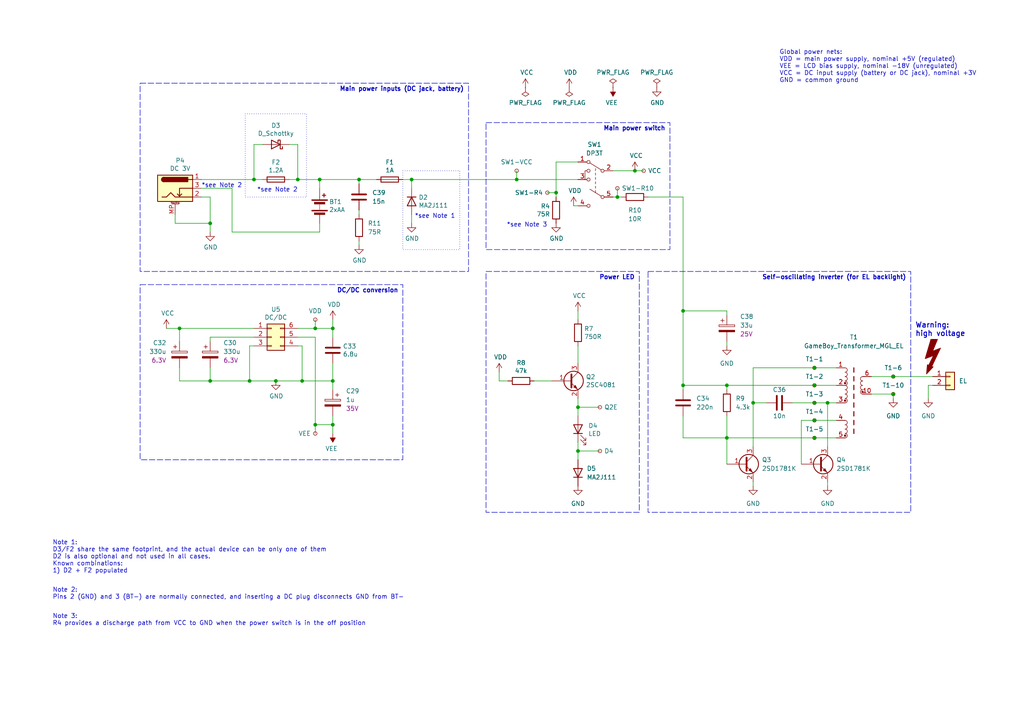
<source format=kicad_sch>
(kicad_sch (version 20230121) (generator eeschema)
  (paper "A4")
  (title_block (title "MGL-CPU-01") (date "2022-03-19") (rev "A") (company "https://gekkio.fi") (comment 1 "https://github.com/Gekkio/gb-schematics"))
  (lib_symbols
    (symbol "Connector:Barrel_Jack_Switch_MountingPin" (pin_names hide)
      (property "Reference" "J" (at 0 5.334 0))
      (property "Value" "Barrel_Jack_Switch_MountingPin" (at 1.27 -6.35 0))
      (symbol "Barrel_Jack_Switch_MountingPin_0_1"
        (rectangle (start -5.08 3.81) (end 5.08 -3.81) (stroke (width 0.254)) (fill (type background)))
        (arc (start -3.302 3.175) (mid -3.9343 2.54) (end -3.302 1.905) (stroke (width 0.254)))
        (arc (start -3.302 3.175) (mid -3.9343 2.54) (end -3.302 1.905) (stroke (width 0.254)) (fill (type outline)))
        (polyline (pts (xy 1.27 -2.286) (xy 1.905 -1.651)) (stroke (width 0.254)))
        (polyline (pts (xy 5.08 2.54) (xy 3.81 2.54)) (stroke (width 0.254)))
        (polyline (pts (xy 5.08 0) (xy 1.27 0) (xy 1.27 -2.286) (xy 0.635 -1.651)) (stroke (width 0.254)))
        (polyline (pts (xy -3.81 -2.54) (xy -2.54 -2.54) (xy -1.27 -1.27) (xy 0 -2.54) (xy 2.54 -2.54) (xy 5.08 -2.54)) (stroke (width 0.254)))
        (rectangle (start 3.683 3.175) (end -3.302 1.905) (stroke (width 0.254)) (fill (type outline)))
      )
      (symbol "Barrel_Jack_Switch_MountingPin_1_1"
        (polyline (pts (xy -1.016 -4.572) (xy 1.016 -4.572)) (stroke (width 0.1524)))
        (text "Mounting" (at 0 -4.191 0) (effects (font (size 0.381 0.381))))
        (pin passive line (at 7.62 2.54 180) (length 2.54) (name "~") (number "1"))
        (pin passive line (at 7.62 -2.54 180) (length 2.54) (name "~") (number "2"))
        (pin passive line (at 7.62 0 180) (length 2.54) (name "~") (number "3"))
        (pin passive line (at 0 -7.62 90) (length 3.048) (name "MountPin") (number "MP"))
      )
    )
    (symbol "Connector:TestPoint_Small" (pin_numbers hide) (pin_names (offset 0.762) hide)
      (property "Reference" "TP" (at 0 3.81 0))
      (property "Value" "TestPoint_Small" (at 0 2.032 0))
      (symbol "TestPoint_Small_0_1"
        (circle (center 0 0) (radius 0.508))
      )
      (symbol "TestPoint_Small_1_1"
        (pin passive line (at 0 0 90) (length 0) (name "1") (number "1"))
      )
    )
    (symbol "Connector_Generic:Conn_01x02" (pin_names (offset 1.016) hide)
      (property "Reference" "J" (at 0 2.54 0))
      (property "Value" "Conn_01x02" (at 0 -5.08 0))
      (symbol "Conn_01x02_1_1"
        (rectangle (start -1.27 -2.413) (end 0 -2.667) (stroke (width 0.1524)))
        (rectangle (start -1.27 0.127) (end 0 -0.127) (stroke (width 0.1524)))
        (rectangle (start -1.27 1.27) (end 1.27 -3.81) (stroke (width 0.254)) (fill (type background)))
        (pin passive line (at -5.08 0 0) (length 3.81) (name "Pin_1") (number "1"))
        (pin passive line (at -5.08 -2.54 0) (length 3.81) (name "Pin_2") (number "2"))
      )
    )
    (symbol "Connector_Generic:Conn_02x03_Counter_Clockwise" (pin_names (offset 1.016) hide)
      (property "Reference" "J" (at 1.27 5.08 0))
      (property "Value" "Conn_02x03_Counter_Clockwise" (at 1.27 -5.08 0))
      (symbol "Conn_02x03_Counter_Clockwise_1_1"
        (rectangle (start -1.27 -2.413) (end 0 -2.667) (stroke (width 0.1524)))
        (rectangle (start -1.27 0.127) (end 0 -0.127) (stroke (width 0.1524)))
        (rectangle (start -1.27 2.667) (end 0 2.413) (stroke (width 0.1524)))
        (rectangle (start -1.27 3.81) (end 3.81 -3.81) (stroke (width 0.254)) (fill (type background)))
        (rectangle (start 3.81 -2.413) (end 2.54 -2.667) (stroke (width 0.1524)))
        (rectangle (start 3.81 0.127) (end 2.54 -0.127) (stroke (width 0.1524)))
        (rectangle (start 3.81 2.667) (end 2.54 2.413) (stroke (width 0.1524)))
        (pin passive line (at -5.08 2.54 0) (length 3.81) (name "Pin_1") (number "1"))
        (pin passive line (at -5.08 0 0) (length 3.81) (name "Pin_2") (number "2"))
        (pin passive line (at -5.08 -2.54 0) (length 3.81) (name "Pin_3") (number "3"))
        (pin passive line (at 7.62 -2.54 180) (length 3.81) (name "Pin_4") (number "4"))
        (pin passive line (at 7.62 0 180) (length 3.81) (name "Pin_5") (number "5"))
        (pin passive line (at 7.62 2.54 180) (length 3.81) (name "Pin_6") (number "6"))
      )
    )
    (symbol "Device:Battery" (pin_numbers hide) (pin_names (offset 0) hide)
      (property "Reference" "BT" (at 2.54 2.54 0))
      (property "Value" "Battery" (at 2.54 0 0))
      (symbol "Battery_0_1"
        (rectangle (start -2.286 -1.27) (end 2.286 -1.524) (fill (type outline)))
        (rectangle (start -2.286 1.778) (end 2.286 1.524) (fill (type outline)))
        (rectangle (start -1.524 -2.032) (end 1.524 -2.54) (fill (type outline)))
        (rectangle (start -1.524 1.016) (end 1.524 0.508) (fill (type outline)))
        (polyline (pts (xy 0 -1.016) (xy 0 -0.762)))
        (polyline (pts (xy 0 -0.508) (xy 0 -0.254)))
        (polyline (pts (xy 0 0) (xy 0 0.254)))
        (polyline (pts (xy 0 1.778) (xy 0 2.54)))
        (polyline (pts (xy 0.762 3.048) (xy 1.778 3.048)) (stroke (width 0.254)))
        (polyline (pts (xy 1.27 3.556) (xy 1.27 2.54)) (stroke (width 0.254)))
      )
      (symbol "Battery_1_1"
        (pin passive line (at 0 5.08 270) (length 2.54) (name "+") (number "1"))
        (pin passive line (at 0 -5.08 90) (length 2.54) (name "-") (number "2"))
      )
    )
    (symbol "Device:C" (pin_numbers hide) (pin_names (offset 0.254))
      (property "Reference" "C" (at 0.635 2.54 0))
      (property "Value" "C" (at 0.635 -2.54 0))
      (symbol "C_0_1"
        (polyline (pts (xy -2.032 -0.762) (xy 2.032 -0.762)) (stroke (width 0.508)))
        (polyline (pts (xy -2.032 0.762) (xy 2.032 0.762)) (stroke (width 0.508)))
      )
      (symbol "C_1_1"
        (pin passive line (at 0 3.81 270) (length 2.794) (name "~") (number "1"))
        (pin passive line (at 0 -3.81 90) (length 2.794) (name "~") (number "2"))
      )
    )
    (symbol "Device:C_Polarized" (pin_numbers hide) (pin_names (offset 0.254))
      (property "Reference" "C" (at 0.635 2.54 0))
      (property "Value" "C_Polarized" (at 0.635 -2.54 0))
      (symbol "C_Polarized_0_1"
        (rectangle (start -2.286 0.508) (end 2.286 1.016))
        (polyline (pts (xy -1.778 2.286) (xy -0.762 2.286)))
        (polyline (pts (xy -1.27 2.794) (xy -1.27 1.778)))
        (rectangle (start 2.286 -0.508) (end -2.286 -1.016) (fill (type outline)))
      )
      (symbol "C_Polarized_1_1"
        (pin passive line (at 0 3.81 270) (length 2.794) (name "~") (number "1"))
        (pin passive line (at 0 -3.81 90) (length 2.794) (name "~") (number "2"))
      )
    )
    (symbol "Device:D" (pin_numbers hide) (pin_names (offset 1.016) hide)
      (property "Reference" "D" (at 0 2.54 0))
      (property "Value" "D" (at 0 -2.54 0))
      (symbol "D_0_1"
        (polyline (pts (xy -1.27 1.27) (xy -1.27 -1.27)) (stroke (width 0.254)))
        (polyline (pts (xy 1.27 0) (xy -1.27 0)))
        (polyline (pts (xy 1.27 1.27) (xy 1.27 -1.27) (xy -1.27 0) (xy 1.27 1.27)) (stroke (width 0.254)))
      )
      (symbol "D_1_1"
        (pin passive line (at -3.81 0 0) (length 2.54) (name "K") (number "1"))
        (pin passive line (at 3.81 0 180) (length 2.54) (name "A") (number "2"))
      )
    )
    (symbol "Device:D_Schottky" (pin_numbers hide) (pin_names (offset 1.016) hide)
      (property "Reference" "D" (at 0 2.54 0))
      (property "Value" "D_Schottky" (at 0 -2.54 0))
      (symbol "D_Schottky_0_1"
        (polyline (pts (xy 1.27 0) (xy -1.27 0)))
        (polyline (pts (xy 1.27 1.27) (xy 1.27 -1.27) (xy -1.27 0) (xy 1.27 1.27)) (stroke (width 0.254)))
        (polyline (pts (xy -1.905 0.635) (xy -1.905 1.27) (xy -1.27 1.27) (xy -1.27 -1.27) (xy -0.635 -1.27) (xy -0.635 -0.635)) (stroke (width 0.254)))
      )
      (symbol "D_Schottky_1_1"
        (pin passive line (at -3.81 0 0) (length 2.54) (name "K") (number "1"))
        (pin passive line (at 3.81 0 180) (length 2.54) (name "A") (number "2"))
      )
    )
    (symbol "Device:Fuse" (pin_numbers hide) (pin_names (offset 0))
      (property "Reference" "F" (at 2.032 0 90))
      (property "Value" "Fuse" (at -1.905 0 90))
      (symbol "Fuse_0_1"
        (rectangle (start -0.762 -2.54) (end 0.762 2.54) (stroke (width 0.254)))
        (polyline (pts (xy 0 2.54) (xy 0 -2.54)))
      )
      (symbol "Fuse_1_1"
        (pin passive line (at 0 3.81 270) (length 1.27) (name "~") (number "1"))
        (pin passive line (at 0 -3.81 90) (length 1.27) (name "~") (number "2"))
      )
    )
    (symbol "Device:LED" (pin_numbers hide) (pin_names (offset 1.016) hide)
      (property "Reference" "D" (at 0 2.54 0))
      (property "Value" "LED" (at 0 -2.54 0))
      (symbol "LED_0_1"
        (polyline (pts (xy -1.27 -1.27) (xy -1.27 1.27)) (stroke (width 0.254)))
        (polyline (pts (xy -1.27 0) (xy 1.27 0)))
        (polyline (pts (xy 1.27 -1.27) (xy 1.27 1.27) (xy -1.27 0) (xy 1.27 -1.27)) (stroke (width 0.254)))
        (polyline (pts (xy -3.048 -0.762) (xy -4.572 -2.286) (xy -3.81 -2.286) (xy -4.572 -2.286) (xy -4.572 -1.524)))
        (polyline (pts (xy -1.778 -0.762) (xy -3.302 -2.286) (xy -2.54 -2.286) (xy -3.302 -2.286) (xy -3.302 -1.524)))
      )
      (symbol "LED_1_1"
        (pin passive line (at -3.81 0 0) (length 2.54) (name "K") (number "1"))
        (pin passive line (at 3.81 0 180) (length 2.54) (name "A") (number "2"))
      )
    )
    (symbol "Device:Q_NPN_BEC" (pin_names (offset 0) hide)
      (property "Reference" "Q" (at 5.08 1.27 0))
      (property "Value" "Q_NPN_BEC" (at 5.08 -1.27 0))
      (symbol "Q_NPN_BEC_0_1"
        (polyline (pts (xy 0.635 0.635) (xy 2.54 2.54)))
        (polyline (pts (xy 0.635 -0.635) (xy 2.54 -2.54) (xy 2.54 -2.54)))
        (polyline (pts (xy 0.635 1.905) (xy 0.635 -1.905) (xy 0.635 -1.905)) (stroke (width 0.508)))
        (polyline (pts (xy 1.27 -1.778) (xy 1.778 -1.27) (xy 2.286 -2.286) (xy 1.27 -1.778) (xy 1.27 -1.778)) (fill (type outline)))
        (circle (center 1.27 0) (radius 2.8194) (stroke (width 0.254)))
      )
      (symbol "Q_NPN_BEC_1_1"
        (pin input line (at -5.08 0 0) (length 5.715) (name "B") (number "1"))
        (pin passive line (at 2.54 -5.08 90) (length 2.54) (name "E") (number "2"))
        (pin passive line (at 2.54 5.08 270) (length 2.54) (name "C") (number "3"))
      )
    )
    (symbol "Device:R" (pin_numbers hide) (pin_names (offset 0))
      (property "Reference" "R" (at 2.032 0 90))
      (property "Value" "R" (at 0 0 90))
      (symbol "R_0_1"
        (rectangle (start -1.016 -2.54) (end 1.016 2.54) (stroke (width 0.254)))
      )
      (symbol "R_1_1"
        (pin passive line (at 0 3.81 270) (length 1.27) (name "~") (number "1"))
        (pin passive line (at 0 -3.81 90) (length 1.27) (name "~") (number "2"))
      )
    )
    (symbol "Graphic:SYM_Flash_Large" (in_bom no) (on_board no)
      (symbol "SYM_Flash_Large_0_1"
        (polyline (pts (xy 0.127 -3.556) (xy -1.524 -2.921) (xy -1.778 -5.588) (xy 0.127 -3.556)) (stroke (width 0.2032)) (fill (type outline)))
        (polyline (pts (xy -0.508 4.445) (xy 1.397 4.445) (xy 0 1.016) (xy 2.286 1.905) (xy -0.508 -3.937) (xy -1.397 -3.556) (xy 0.254 -0.254) (xy -2.159 -1.143) (xy -0.508 4.445)) (stroke (width 0.2032)) (fill (type outline)))
      )
    )
    (symbol "MGL-CPU-01:GameBoy_SW_MGL" (pin_names (offset 0) hide)
      (property "Reference" "SW" (at 0 8.89 0))
      (property "Value" "GameBoy_SW_MGL" (at 0 -10.16 0))
      (symbol "GameBoy_SW_MGL_0_0"
        (polyline (pts (xy 0 -2.54) (xy 0 -1.905)))
        (polyline (pts (xy 0 -1.27) (xy 0 -0.635)))
        (polyline (pts (xy 0 0) (xy 0 0.635)))
        (polyline (pts (xy 0 1.27) (xy 0 1.905)))
        (polyline (pts (xy 0 2.54) (xy 0 3.175)))
        (polyline (pts (xy 0 3.81) (xy 0 4.445)))
      )
      (symbol "GameBoy_SW_MGL_0_1"
        (circle (center -2.032 -3.81) (radius 0.4572))
        (circle (center -2.032 3.81) (radius 0.4572))
        (polyline (pts (xy -1.651 -3.556) (xy 1.651 -1.524)))
        (polyline (pts (xy -1.651 4.064) (xy 1.651 6.096)))
        (polyline (pts (xy 2.54 3.81) (xy 3.048 3.81) (xy 3.048 1.27)) (stroke (width 0.1524)))
        (circle (center 2.032 -6.35) (radius 0.4572))
        (circle (center 2.032 1.27) (radius 0.4572))
        (circle (center 2.032 3.81) (radius 0.4572))
        (circle (center 2.032 6.35) (radius 0.4572))
      )
      (symbol "GameBoy_SW_MGL_1_1"
        (pin passive line (at 5.08 6.35 180) (length 2.54) (name "1") (number "1"))
        (pin passive line (at -5.08 3.81 0) (length 2.54) (name "2") (number "2"))
        (pin passive line (at 5.08 1.27 180) (length 2.54) (name "3") (number "3"))
        (pin passive line (at 5.08 -6.35 180) (length 2.54) (name "4") (number "4"))
        (pin passive line (at -5.08 -3.81 0) (length 2.54) (name "5") (number "5"))
      )
    )
    (symbol "MGL-CPU-01:GameBoy_Transformer_MGL_EL"
      (property "Reference" "T" (at 0 12.7 0))
      (property "Value" "GameBoy_Transformer_MGL_EL" (at 0 -12.7 0))
      (symbol "GameBoy_Transformer_MGL_EL_0_1"
        (arc (start -2.54 -10.16) (mid -1.9077 -9.525) (end -2.54 -8.89))
        (circle (center -2.54 -9.525) (radius 0.254) (fill (type outline)))
        (arc (start -2.54 -8.89) (mid -1.9077 -8.255) (end -2.54 -7.62))
        (arc (start -2.54 -7.62) (mid -1.9077 -6.985) (end -2.54 -6.35))
        (arc (start -2.54 -6.35) (mid -1.9077 -5.715) (end -2.54 -5.08))
        (arc (start -2.54 0) (mid -1.9077 0.635) (end -2.54 1.27))
        (circle (center -2.54 0.635) (radius 0.254) (fill (type outline)))
        (arc (start -2.54 1.27) (mid -1.9077 1.905) (end -2.54 2.54))
        (arc (start -2.54 2.54) (mid -1.9077 3.175) (end -2.54 3.81))
        (arc (start -2.54 3.81) (mid -1.9077 4.445) (end -2.54 5.08))
        (arc (start -2.54 5.08) (mid -1.9077 5.715) (end -2.54 6.35))
        (circle (center -2.54 5.715) (radius 0.254) (fill (type outline)))
        (arc (start -2.54 6.35) (mid -1.9077 6.985) (end -2.54 7.62))
        (arc (start -2.54 7.62) (mid -1.9077 8.255) (end -2.54 8.89))
        (arc (start -2.54 8.89) (mid -1.9077 9.525) (end -2.54 10.16))
        (polyline (pts (xy 0 -7.62) (xy 0 -8.89)) (stroke (width 0.3048)))
        (polyline (pts (xy 0 -5.08) (xy 0 -6.35)) (stroke (width 0.3048)))
        (polyline (pts (xy 0 -2.54) (xy 0 -3.81)) (stroke (width 0.3048)))
        (polyline (pts (xy 0 0) (xy 0 -1.27)) (stroke (width 0.3048)))
        (polyline (pts (xy 0 2.54) (xy 0 1.27)) (stroke (width 0.3048)))
        (polyline (pts (xy 0 5.08) (xy 0 3.81)) (stroke (width 0.3048)))
        (polyline (pts (xy 0 7.62) (xy 0 6.35)) (stroke (width 0.3048)))
        (polyline (pts (xy 0 10.16) (xy 0 8.89)) (stroke (width 0.3048)))
        (circle (center 2.54 3.175) (radius 0.254) (fill (type outline)))
        (arc (start 2.54 3.81) (mid 1.9077 3.175) (end 2.54 2.54))
        (arc (start 2.54 5.08) (mid 1.9077 4.445) (end 2.54 3.81))
        (arc (start 2.54 6.35) (mid 1.9077 5.715) (end 2.54 5.08))
        (arc (start 2.54 7.62) (mid 1.9077 6.985) (end 2.54 6.35))
      )
      (symbol "GameBoy_Transformer_MGL_EL_1_1"
        (pin passive line (at -5.08 10.16 0) (length 2.54) (name "~") (number "1"))
        (pin passive line (at 5.08 2.54 180) (length 2.54) (name "~") (number "10"))
        (pin passive line (at -5.08 5.08 0) (length 2.54) (name "~") (number "2"))
        (pin passive line (at -5.08 0 0) (length 2.54) (name "~") (number "3"))
        (pin passive line (at -5.08 -5.08 0) (length 2.54) (name "~") (number "4"))
        (pin passive line (at -5.08 -10.16 0) (length 2.54) (name "~") (number "5"))
        (pin passive line (at 5.08 7.62 180) (length 2.54) (name "~") (number "6"))
      )
    )
    (symbol "power:GND" (power) (pin_names (offset 0))
      (property "Value" "GND" (at 0 -3.81 0))
      (symbol "GND_0_1"
        (polyline (pts (xy 0 0) (xy 0 -1.27) (xy 1.27 -1.27) (xy 0 -2.54) (xy -1.27 -1.27) (xy 0 -1.27)))
      )
      (symbol "GND_1_1"
        (pin power_in line (at 0 0 270) (length 0) hide (name "GND") (number "1"))
      )
    )
    (symbol "power:PWR_FLAG" (power) (pin_numbers hide) (pin_names (offset 0) hide)
      (property "Value" "PWR_FLAG" (at 0 3.81 0))
      (symbol "PWR_FLAG_0_0"
        (pin power_out line (at 0 0 90) (length 0) (name "pwr") (number "1"))
      )
      (symbol "PWR_FLAG_0_1"
        (polyline (pts (xy 0 0) (xy 0 1.27) (xy -1.016 1.905) (xy 0 2.54) (xy 1.016 1.905) (xy 0 1.27)))
      )
    )
    (symbol "power:VCC" (power) (pin_names (offset 0))
      (property "Value" "VCC" (at 0 3.81 0))
      (symbol "VCC_0_1"
        (polyline (pts (xy -0.762 1.27) (xy 0 2.54)))
        (polyline (pts (xy 0 0) (xy 0 2.54)))
        (polyline (pts (xy 0 2.54) (xy 0.762 1.27)))
      )
      (symbol "VCC_1_1"
        (pin power_in line (at 0 0 90) (length 0) hide (name "VCC") (number "1"))
      )
    )
    (symbol "power:VDD" (power) (pin_names (offset 0))
      (property "Value" "VDD" (at 0 3.81 0))
      (symbol "VDD_0_1"
        (polyline (pts (xy -0.762 1.27) (xy 0 2.54)))
        (polyline (pts (xy 0 0) (xy 0 2.54)))
        (polyline (pts (xy 0 2.54) (xy 0.762 1.27)))
      )
      (symbol "VDD_1_1"
        (pin power_in line (at 0 0 90) (length 0) hide (name "VDD") (number "1"))
      )
    )
    (symbol "power:VEE" (power) (pin_names (offset 0))
      (property "Value" "VEE" (at 0 3.81 0))
      (symbol "VEE_0_1"
        (polyline (pts (xy 0 0) (xy 0 2.54)))
        (polyline (pts (xy 0.762 1.27) (xy -0.762 1.27) (xy 0 2.54) (xy 0.762 1.27)) (fill (type outline)))
      )
      (symbol "VEE_1_1"
        (pin power_in line (at 0 0 90) (length 0) hide (name "VEE") (number "1"))
      )
    )
  )
  (junction (at 96.52 123.19))
  (junction (at 184.15 49.53))
  (junction (at 236.22 116.84))
  (junction (at 236.22 121.92))
  (junction (at 210.82 111.76))
  (junction (at 92.71 52.07))
  (junction (at 236.22 111.76))
  (junction (at 210.82 127))
  (junction (at 73.66 52.07))
  (junction (at 259.08 114.3))
  (junction (at 96.52 95.25))
  (junction (at 149.86 52.07))
  (junction (at 86.36 52.07))
  (junction (at 96.52 110.49))
  (junction (at 167.64 118.11))
  (junction (at 161.29 55.88))
  (junction (at 198.12 111.76))
  (junction (at 179.07 57.15))
  (junction (at 80.01 110.49))
  (junction (at 236.22 106.68))
  (junction (at 72.39 110.49))
  (junction (at 167.64 130.81))
  (junction (at 52.07 95.25))
  (junction (at 91.44 95.25))
  (junction (at 259.08 109.22))
  (junction (at 218.44 116.84))
  (junction (at 240.03 116.84))
  (junction (at 87.63 110.49))
  (junction (at 60.96 64.77))
  (junction (at 236.22 127))
  (junction (at 60.96 110.49))
  (junction (at 119.38 52.07))
  (junction (at 104.14 52.07))
  (junction (at 91.44 123.19))
  (junction (at 198.12 90.17))
  (wire (pts (xy 210.82 99.06) (xy 210.82 100.33)))
  (wire (pts (xy 167.64 100.33) (xy 167.64 105.41)))
  (wire (pts (xy 83.82 41.91) (xy 86.36 41.91)))
  (wire (pts (xy 86.36 100.33) (xy 87.63 100.33)))
  (wire (pts (xy 60.96 110.49) (xy 72.39 110.49)))
  (wire (pts (xy 167.64 90.17) (xy 167.64 92.71)))
  (wire (pts (xy 179.07 54.61) (xy 179.07 57.15)))
  (wire (pts (xy 252.73 114.3) (xy 259.08 114.3)))
  (wire (pts (xy 210.82 120.65) (xy 210.82 127)))
  (wire (pts (xy 236.22 106.68) (xy 242.57 106.68)))
  (wire (pts (xy 104.14 69.85) (xy 104.14 71.12)))
  (wire (pts (xy 236.22 111.76) (xy 242.57 111.76)))
  (wire (pts (xy 232.41 121.92) (xy 236.22 121.92)))
  (wire (pts (xy 72.39 110.49) (xy 80.01 110.49)))
  (wire (pts (xy 91.44 97.79) (xy 91.44 123.19)))
  (wire (pts (xy 269.24 111.76) (xy 270.51 111.76)))
  (wire (pts (xy 86.36 95.25) (xy 91.44 95.25)))
  (wire (pts (xy 96.52 95.25) (xy 96.52 97.79)))
  (wire (pts (xy 58.42 57.15) (xy 60.96 57.15)))
  (wire (pts (xy 86.36 52.07) (xy 92.71 52.07)))
  (wire (pts (xy 167.64 115.57) (xy 167.64 118.11)))
  (wire (pts (xy 104.14 60.96) (xy 104.14 62.23)))
  (wire (pts (xy 86.36 52.07) (xy 83.82 52.07)))
  (wire (pts (xy 60.96 97.79) (xy 73.66 97.79)))
  (wire (pts (xy 167.64 120.65) (xy 167.64 118.11)))
  (wire (pts (xy 73.66 41.91) (xy 76.2 41.91)))
  (wire (pts (xy 52.07 106.68) (xy 52.07 110.49)))
  (wire (pts (xy 198.12 111.76) (xy 210.82 111.76)))
  (wire (pts (xy 58.42 52.07) (xy 73.66 52.07)))
  (wire (pts (xy 92.71 52.07) (xy 104.14 52.07)))
  (wire (pts (xy 240.03 116.84) (xy 242.57 116.84)))
  (wire (pts (xy 149.86 49.53) (xy 149.86 52.07)))
  (wire (pts (xy 240.03 116.84) (xy 240.03 129.54)))
  (wire (pts (xy 96.52 123.19) (xy 96.52 120.65)))
  (wire (pts (xy 198.12 57.15) (xy 198.12 90.17)))
  (wire (pts (xy 91.44 123.19) (xy 91.44 125.73)))
  (wire (pts (xy 119.38 52.07) (xy 119.38 54.61)))
  (wire (pts (xy 73.66 100.33) (xy 72.39 100.33)))
  (wire (pts (xy 173.99 130.81) (xy 167.64 130.81)))
  (wire (pts (xy 91.44 123.19) (xy 96.52 123.19)))
  (wire (pts (xy 87.63 100.33) (xy 87.63 110.49)))
  (wire (pts (xy 218.44 116.84) (xy 222.25 116.84)))
  (wire (pts (xy 167.64 46.99) (xy 161.29 46.99)))
  (wire (pts (xy 158.75 55.88) (xy 161.29 55.88)))
  (wire (pts (xy 210.82 90.17) (xy 210.82 91.44)))
  (wire (pts (xy 87.63 110.49) (xy 96.52 110.49)))
  (wire (pts (xy 60.96 57.15) (xy 60.96 64.77)))
  (wire (pts (xy 198.12 90.17) (xy 210.82 90.17)))
  (wire (pts (xy 252.73 109.22) (xy 259.08 109.22)))
  (wire (pts (xy 52.07 95.25) (xy 48.26 95.25)))
  (wire (pts (xy 116.84 52.07) (xy 119.38 52.07)))
  (wire (pts (xy 210.82 111.76) (xy 210.82 113.03)))
  (wire (pts (xy 161.29 46.99) (xy 161.29 55.88)))
  (wire (pts (xy 240.03 139.7) (xy 240.03 140.97)))
  (wire (pts (xy 67.31 67.31) (xy 92.71 67.31)))
  (wire (pts (xy 242.57 127) (xy 236.22 127)))
  (wire (pts (xy 236.22 121.92) (xy 242.57 121.92)))
  (wire (pts (xy 177.8 57.15) (xy 179.07 57.15)))
  (wire (pts (xy 52.07 110.49) (xy 60.96 110.49)))
  (wire (pts (xy 60.96 106.68) (xy 60.96 110.49)))
  (wire (pts (xy 60.96 64.77) (xy 60.96 67.31)))
  (wire (pts (xy 232.41 121.92) (xy 232.41 134.62)))
  (wire (pts (xy 218.44 106.68) (xy 236.22 106.68)))
  (wire (pts (xy 179.07 57.15) (xy 180.34 57.15)))
  (wire (pts (xy 119.38 64.77) (xy 119.38 62.23)))
  (wire (pts (xy 167.64 118.11) (xy 173.99 118.11)))
  (wire (pts (xy 92.71 64.77) (xy 92.71 67.31)))
  (wire (pts (xy 104.14 52.07) (xy 109.22 52.07)))
  (wire (pts (xy 166.37 59.69) (xy 167.64 59.69)))
  (wire (pts (xy 60.96 99.06) (xy 60.96 97.79)))
  (wire (pts (xy 86.36 97.79) (xy 91.44 97.79)))
  (wire (pts (xy 73.66 52.07) (xy 76.2 52.07)))
  (wire (pts (xy 91.44 95.25) (xy 96.52 95.25)))
  (wire (pts (xy 91.44 92.71) (xy 91.44 95.25)))
  (wire (pts (xy 67.31 54.61) (xy 67.31 67.31)))
  (wire (pts (xy 96.52 123.19) (xy 96.52 125.73)))
  (wire (pts (xy 86.36 41.91) (xy 86.36 52.07)))
  (wire (pts (xy 198.12 120.65) (xy 198.12 127)))
  (wire (pts (xy 144.78 107.95) (xy 144.78 110.49)))
  (wire (pts (xy 167.64 130.81) (xy 167.64 128.27)))
  (wire (pts (xy 67.31 54.61) (xy 58.42 54.61)))
  (wire (pts (xy 187.96 57.15) (xy 198.12 57.15)))
  (wire (pts (xy 52.07 95.25) (xy 73.66 95.25)))
  (wire (pts (xy 154.94 110.49) (xy 160.02 110.49)))
  (wire (pts (xy 72.39 100.33) (xy 72.39 110.49)))
  (wire (pts (xy 96.52 105.41) (xy 96.52 110.49)))
  (wire (pts (xy 218.44 139.7) (xy 218.44 140.97)))
  (wire (pts (xy 92.71 54.61) (xy 92.71 52.07)))
  (wire (pts (xy 167.64 133.35) (xy 167.64 130.81)))
  (wire (pts (xy 210.82 134.62) (xy 210.82 127)))
  (wire (pts (xy 80.01 110.49) (xy 87.63 110.49)))
  (wire (pts (xy 218.44 106.68) (xy 218.44 116.84)))
  (wire (pts (xy 269.24 115.57) (xy 269.24 111.76)))
  (wire (pts (xy 186.69 49.53) (xy 184.15 49.53)))
  (wire (pts (xy 104.14 52.07) (xy 104.14 53.34)))
  (wire (pts (xy 52.07 99.06) (xy 52.07 95.25)))
  (wire (pts (xy 144.78 110.49) (xy 147.32 110.49)))
  (wire (pts (xy 177.8 49.53) (xy 184.15 49.53)))
  (wire (pts (xy 60.96 64.77) (xy 50.8 64.77)))
  (wire (pts (xy 198.12 111.76) (xy 198.12 113.03)))
  (wire (pts (xy 259.08 109.22) (xy 270.51 109.22)))
  (wire (pts (xy 210.82 127) (xy 198.12 127)))
  (wire (pts (xy 96.52 92.71) (xy 96.52 95.25)))
  (wire (pts (xy 73.66 52.07) (xy 73.66 41.91)))
  (wire (pts (xy 149.86 52.07) (xy 167.64 52.07)))
  (wire (pts (xy 229.87 116.84) (xy 236.22 116.84)))
  (wire (pts (xy 198.12 90.17) (xy 198.12 111.76)))
  (wire (pts (xy 236.22 116.84) (xy 240.03 116.84)))
  (wire (pts (xy 96.52 113.03) (xy 96.52 110.49)))
  (wire (pts (xy 119.38 52.07) (xy 149.86 52.07)))
  (wire (pts (xy 161.29 55.88) (xy 161.29 57.15)))
  (wire (pts (xy 210.82 127) (xy 236.22 127)))
  (wire (pts (xy 218.44 116.84) (xy 218.44 129.54)))
  (wire (pts (xy 210.82 111.76) (xy 236.22 111.76)))
  (wire (pts (xy 259.08 114.3) (xy 259.08 115.57)))
  (wire (pts (xy 50.8 62.23) (xy 50.8 64.77)))
  (rectangle (start 140.97 78.74) (end 185.42 148.59) (stroke (width 0) (type dash)))
  (rectangle (start 40.64 24.13) (end 135.89 78.74) (stroke (width 0) (type dash)))
  (rectangle (start 71.12 33.02) (end 88.9 57.15) (stroke (width 0) (type dot)))
  (rectangle (start 187.96 78.74) (end 264.16 148.59) (stroke (width 0) (type dash)))
  (rectangle (start 140.97 35.56) (end 194.31 72.39) (stroke (width 0) (type dash)))
  (rectangle (start 40.64 82.55) (end 116.84 133.35) (stroke (width 0) (type dash)))
  (rectangle (start 116.84 49.53) (end 133.35 72.39) (stroke (width 0) (type dot)))
  (text "Self-oscillating inverter (for EL backlight)" (at 262.89 81.28 0) (effects (font (size 1.27 1.27) (thickness 0.254) bold) (justify right bottom)))
  (text "*see Note 1" (at 132.08 63.5 0) (effects (font (size 1.27 1.27)) (justify right bottom)))
  (text "Main power switch" (at 193.04 38.1 0) (effects (font (size 1.27 1.27) (thickness 0.254) bold) (justify right bottom)))
  (text "Note 1:\nD3/F2 share the same footprint, and the actual device can be only one of them\nD2 is also optional and not used in all cases.\nKnown combinations:\n1) D2 + F2 populated" (at 15.24 166.37 0) (effects (font (size 1.27 1.27)) (justify left bottom)))
  (text "*see Note 3" (at 158.75 66.04 0) (effects (font (size 1.27 1.27)) (justify right bottom)))
  (text "Main power inputs (DC jack, battery)" (at 134.62 26.67 0) (effects (font (size 1.27 1.27) (thickness 0.254) bold) (justify right bottom)))
  (text "Global power nets:\nVDD = main power supply, nominal +5V (regulated)\nVEE = LCD bias supply, nominal -18V (unregulated)\nVCC = DC input supply (battery or DC jack), nominal +3V\nGND = common ground" (at 226.06 24.13 0) (effects (font (size 1.27 1.27)) (justify left bottom)))
  (text "Note 2:\nPins 2 (GND) and 3 (BT-) are normally connected, and inserting a DC plug disconnects GND from BT-" (at 15.24 173.99 0) (effects (font (size 1.27 1.27)) (justify left bottom)))
  (text "Power LED" (at 184.15 81.28 0) (effects (font (size 1.27 1.27) (thickness 0.254) bold) (justify right bottom)))
  (text "*see Note 2" (at 86.36 55.88 0) (effects (font (size 1.27 1.27)) (justify right bottom)))
  (text "DC/DC conversion" (at 115.57 85.09 0) (effects (font (size 1.27 1.27) (thickness 0.254) bold) (justify right bottom)))
  (text "Note 3:\nR4 provides a discharge path from VCC to GND when the power switch is in the off position" (at 15.24 181.61 0) (effects (font (size 1.27 1.27)) (justify left bottom)))
  (text "*see Note 2" (at 58.42 54.61 0) (effects (font (size 1.27 1.27)) (justify left bottom)))
  (text "Warning:\nhigh voltage" (at 265.43 97.79 0) (effects (font (size 1.524 1.524) (thickness 0.254) bold) (justify left bottom)))
  (symbol (lib_id "Connector_Generic:Conn_02x03_Counter_Clockwise") (at 78.74 97.79 0) (unit 1)
    (property "Reference" "U5" (at 80.01 89.7382 0))
    (property "Value" "DC/DC" (at 80.01 92.0496 0))
  )
  (symbol (lib_id "Device:C_Polarized") (at 60.96 102.87 0) (unit 1)
    (property "Reference" "C30" (at 64.77 99.4409 0) (effects (justify left)))
    (property "Value" "330u" (at 64.77 101.9809 0) (effects (justify left)))
    (property "Rating" "6.3V" (at 64.77 104.5209 0) (effects (justify left)))
  )
  (symbol (lib_id "power:GND") (at 80.01 110.49 0) (unit 1)
    (property "Reference" "#PWR0130" (effects hide))
    (property "Value" "GND" (at 80.137 114.8842 0))
  )
  (symbol (lib_id "Device:C") (at 96.52 101.6 0) (unit 1)
    (property "Reference" "C33" (at 99.441 100.4316 0) (effects (justify left)))
    (property "Value" "6.8u" (at 99.441 102.743 0) (effects (justify left)))
  )
  (symbol (lib_id "Device:C_Polarized") (at 96.52 116.84 0) (mirror y) (unit 1)
    (property "Reference" "C29" (at 100.33 113.4109 0) (effects (justify right)))
    (property "Value" "1u" (at 100.33 115.9509 0) (effects (justify right)))
    (property "Rating" "35V" (at 100.33 118.4909 0) (effects (justify right)))
  )
  (symbol (lib_id "Device:C_Polarized") (at 52.07 102.87 0) (unit 1)
    (property "Reference" "C32" (at 48.26 99.4409 0) (effects (justify right)))
    (property "Value" "330u" (at 48.26 101.9809 0) (effects (justify right)))
    (property "Rating" "6.3V" (at 48.26 104.5209 0) (effects (justify right)))
  )
  (symbol (lib_id "power:VCC") (at 48.26 95.25 0) (unit 1)
    (property "Reference" "#PWR0131" (effects hide))
    (property "Value" "VCC" (at 48.641 90.8558 0))
  )
  (symbol (lib_id "power:VCC") (at 184.15 49.53 0) (unit 1)
    (property "Reference" "#PWR0132" (effects hide))
    (property "Value" "VCC" (at 184.531 45.1358 0))
  )
  (symbol (lib_id "power:VDD") (at 96.52 92.71 0) (unit 1)
    (property "Reference" "#PWR0133" (effects hide))
    (property "Value" "VDD" (at 96.901 88.3158 0))
  )
  (symbol (lib_id "Device:Battery") (at 92.71 59.69 0) (unit 1)
    (property "Reference" "BT1" (at 95.4532 58.5216 0) (effects (justify left)))
    (property "Value" "2xAA" (at 95.4532 60.833 0) (effects (justify left)))
  )
  (symbol (lib_id "Device:Fuse") (at 113.03 52.07 270) (unit 1)
    (property "Reference" "F1" (at 113.03 47.0662 90))
    (property "Value" "1A" (at 113.03 49.3776 90))
  )
  (symbol (lib_id "Device:D_Schottky") (at 80.01 41.91 180) (unit 1)
    (property "Reference" "D3" (at 80.01 36.3982 0))
    (property "Value" "D_Schottky" (at 80.01 38.7096 0))
  )
  (symbol (lib_id "Device:R") (at 161.29 60.96 0) (unit 1)
    (property "Reference" "R4" (at 159.5374 59.7916 0) (effects (justify right)))
    (property "Value" "75R" (at 159.5374 62.103 0) (effects (justify right)))
  )
  (symbol (lib_id "power:GND") (at 161.29 64.77 0) (unit 1)
    (property "Reference" "#PWR0135" (effects hide))
    (property "Value" "GND" (at 161.417 69.1642 0))
  )
  (symbol (lib_id "power:VEE") (at 96.52 125.73 180) (unit 1)
    (property "Reference" "#PWR0136" (effects hide))
    (property "Value" "VEE" (at 96.139 130.1242 0))
  )
  (symbol (lib_id "Device:LED") (at 167.64 124.46 90) (unit 1)
    (property "Reference" "D4" (at 170.6372 123.4694 90) (effects (justify right)))
    (property "Value" "LED" (at 170.6372 125.7808 90) (effects (justify right)))
  )
  (symbol (lib_id "Device:D") (at 167.64 137.16 90) (unit 1)
    (property "Reference" "D5" (at 170.18 135.8899 90) (effects (justify right)))
    (property "Value" "MA2J111" (at 170.18 138.4299 90) (effects (justify right)))
    (property "Sim.Device" "D" (effects hide))
    (property "Sim.Pins" "1=K 2=A" (effects hide))
  )
  (symbol (lib_id "power:GND") (at 167.64 140.97 0) (unit 1)
    (property "Reference" "#PWR0137" (effects hide))
    (property "Value" "GND" (at 167.64 146.05 0))
  )
  (symbol (lib_id "Device:R") (at 151.13 110.49 270) (unit 1)
    (property "Reference" "R8" (at 151.13 105.2322 90))
    (property "Value" "47k" (at 151.13 107.5436 90))
  )
  (symbol (lib_id "power:VDD") (at 144.78 107.95 0) (unit 1)
    (property "Reference" "#PWR0138" (effects hide))
    (property "Value" "VDD" (at 145.161 103.5558 0))
  )
  (symbol (lib_id "Device:R") (at 167.64 96.52 0) (unit 1)
    (property "Reference" "R7" (at 169.418 95.3516 0) (effects (justify left)))
    (property "Value" "750R" (at 169.418 97.663 0) (effects (justify left)))
  )
  (symbol (lib_id "power:VCC") (at 167.64 90.17 0) (unit 1)
    (property "Reference" "#PWR0139" (effects hide))
    (property "Value" "VCC" (at 168.021 85.7758 0))
  )
  (symbol (lib_id "Device:Q_NPN_BEC") (at 165.1 110.49 0) (unit 1)
    (property "Reference" "Q2" (at 169.926 109.3216 0) (effects (justify left)))
    (property "Value" "2SC4081" (at 169.926 111.633 0) (effects (justify left)))
  )
  (symbol (lib_id "Device:D") (at 119.38 58.42 270) (unit 1)
    (property "Reference" "D2" (at 121.412 57.2516 90) (effects (justify left)))
    (property "Value" "MA2J111" (at 121.412 59.563 90) (effects (justify left)))
    (property "Sim.Device" "D" (effects hide))
    (property "Sim.Pins" "1=K 2=A" (effects hide))
  )
  (symbol (lib_id "power:GND") (at 119.38 64.77 0) (unit 1)
    (property "Reference" "#PWR0140" (effects hide))
    (property "Value" "GND" (at 119.507 69.1642 0))
  )
  (symbol (lib_id "Device:Fuse") (at 80.01 52.07 270) (unit 1)
    (property "Reference" "F2" (at 80.01 47.0662 90))
    (property "Value" "1.2A" (at 80.01 49.3776 90))
  )
  (symbol (lib_id "Connector:Barrel_Jack_Switch_MountingPin") (at 50.8 54.61 0) (unit 1)
    (property "Reference" "P4" (at 52.2478 46.5582 0))
    (property "Value" "DC 3V" (at 52.2478 48.8696 0))
  )
  (symbol (lib_id "power:GND") (at 60.96 67.31 0) (unit 1)
    (property "Reference" "#PWR0141" (effects hide))
    (property "Value" "GND" (at 61.087 71.7042 0))
  )
  (symbol (lib_id "Connector:TestPoint_Small") (at 91.44 92.71 0) (unit 1)
    (property "Reference" "TP55" (effects hide))
    (property "Value" "VDD" (at 91.44 90.17 0))
  )
  (symbol (lib_id "Connector:TestPoint_Small") (at 91.44 125.73 0) (unit 1)
    (property "Reference" "TP56" (effects hide))
    (property "Value" "VEE" (at 90.17 125.7299 0) (effects (justify right)))
  )
  (symbol (lib_id "Connector:TestPoint_Small") (at 149.86 49.53 90) (unit 1)
    (property "Reference" "TP57" (effects hide))
    (property "Value" "SW1-VCC" (at 149.86 46.99 90))
  )
  (symbol (lib_id "Connector:TestPoint_Small") (at 158.75 55.88 180) (unit 1)
    (property "Reference" "TP58" (effects hide))
    (property "Value" "SW1-R4" (at 157.48 55.8799 0) (effects (justify left)))
  )
  (symbol (lib_id "Connector:TestPoint_Small") (at 186.69 49.53 180) (unit 1)
    (property "Reference" "TP60" (effects hide))
    (property "Value" "VCC" (at 187.96 49.5299 0) (effects (justify right)))
  )
  (symbol (lib_id "Connector:TestPoint_Small") (at 173.99 118.11 270) (unit 1)
    (property "Reference" "TP62" (effects hide))
    (property "Value" "Q2E" (at 175.26 118.1099 90) (effects (justify left)))
  )
  (symbol (lib_id "Connector:TestPoint_Small") (at 173.99 130.81 270) (unit 1)
    (property "Reference" "TP63" (effects hide))
    (property "Value" "D4" (at 175.26 130.8099 90) (effects (justify left)))
  )
  (symbol (lib_id "power:VCC") (at 152.4 25.4 0) (unit 1)
    (property "Reference" "#PWR0123" (effects hide))
    (property "Value" "VCC" (at 152.781 21.0058 0))
  )
  (symbol (lib_id "power:PWR_FLAG") (at 152.4 25.4 180) (unit 1)
    (property "Reference" "#FLG0101" (effects hide))
    (property "Value" "PWR_FLAG" (at 152.4 29.7942 0))
  )
  (symbol (lib_id "power:PWR_FLAG") (at 165.1 25.4 180) (unit 1)
    (property "Reference" "#FLG0102" (effects hide))
    (property "Value" "PWR_FLAG" (at 165.1 29.7942 0))
  )
  (symbol (lib_id "power:VDD") (at 165.1 25.4 0) (unit 1)
    (property "Reference" "#PWR0124" (effects hide))
    (property "Value" "VDD" (at 165.481 21.0058 0))
  )
  (symbol (lib_id "power:PWR_FLAG") (at 177.8 25.4 0) (unit 1)
    (property "Reference" "#FLG0103" (effects hide))
    (property "Value" "PWR_FLAG" (at 177.8 21.0058 0))
  )
  (symbol (lib_id "power:VEE") (at 177.8 25.4 180) (unit 1)
    (property "Reference" "#PWR0125" (effects hide))
    (property "Value" "VEE" (at 177.419 29.7942 0))
  )
  (symbol (lib_id "power:PWR_FLAG") (at 190.5 25.4 0) (unit 1)
    (property "Reference" "#FLG0104" (effects hide))
    (property "Value" "PWR_FLAG" (at 190.5 21.0058 0))
  )
  (symbol (lib_id "power:GND") (at 190.5 25.4 0) (unit 1)
    (property "Reference" "#PWR0129" (effects hide))
    (property "Value" "GND" (at 190.627 29.7942 0))
  )
  (symbol (lib_id "Connector:TestPoint_Small") (at 259.08 114.3 90) (unit 1)
    (property "Reference" "TP102" (effects hide))
    (property "Value" "T1-10" (at 259.08 111.76 90))
  )
  (symbol (lib_id "Connector:TestPoint_Small") (at 236.22 106.68 90) (unit 1)
    (property "Reference" "TP61" (effects hide))
    (property "Value" "T1-1" (at 236.22 104.14 90))
  )
  (symbol (lib_id "Connector:TestPoint_Small") (at 179.07 54.61 0) (unit 1)
    (property "Reference" "TP59" (effects hide))
    (property "Value" "SW1-R10" (at 180.34 54.6101 0) (effects (justify left)))
  )
  (symbol (lib_id "power:GND") (at 240.03 140.97 0) (unit 1)
    (property "Reference" "#PWR0147" (effects hide))
    (property "Value" "GND" (at 240.03 146.05 0))
  )
  (symbol (lib_id "Device:C") (at 226.06 116.84 90) (unit 1)
    (property "Reference" "C36" (at 226.06 113.03 90))
    (property "Value" "10n" (at 226.06 120.65 90))
  )
  (symbol (lib_id "power:VDD") (at 166.37 59.69 0) (unit 1)
    (property "Reference" "#PWR0151" (effects hide))
    (property "Value" "VDD" (at 166.751 55.2958 0))
  )
  (symbol (lib_id "Connector:TestPoint_Small") (at 236.22 127 90) (unit 1)
    (property "Reference" "TP100" (effects hide))
    (property "Value" "T1-5" (at 236.22 124.46 90))
  )
  (symbol (lib_id "MGL-CPU-01:GameBoy_SW_MGL") (at 172.72 53.34 0) (mirror y) (unit 1)
    (property "Reference" "SW1" (at 172.4279 41.91 0))
    (property "Value" "DP3T" (at 172.4279 44.45 0))
  )
  (symbol (lib_id "power:GND") (at 269.24 115.57 0) (unit 1)
    (property "Reference" "#PWR0142" (effects hide))
    (property "Value" "GND" (at 269.24 120.65 0))
  )
  (symbol (lib_id "Device:C") (at 104.14 57.15 0) (unit 1)
    (property "Reference" "C39" (at 107.95 55.8799 0) (effects (justify left)))
    (property "Value" "15n" (at 107.95 58.4199 0) (effects (justify left)))
  )
  (symbol (lib_id "Connector_Generic:Conn_01x02") (at 275.59 109.22 0) (unit 1)
    (property "Reference" "J1" (effects hide))
    (property "Value" "EL" (at 278.13 110.4899 0) (effects (justify left)))
  )
  (symbol (lib_id "Graphic:SYM_Flash_Large") (at 270.51 102.87 0) (unit 1)
    (property "Reference" "#SYM1" (effects hide))
    (property "Value" "SYM_Flash_Large" (effects hide))
    (property "Sim.Enable" "0" (effects hide))
  )
  (symbol (lib_id "MGL-CPU-01:GameBoy_Transformer_MGL_EL") (at 247.65 116.84 0) (unit 1)
    (property "Reference" "T1" (at 247.65 97.79 0))
    (property "Value" "GameBoy_Transformer_MGL_EL" (at 247.65 100.33 0))
  )
  (symbol (lib_id "Connector:TestPoint_Small") (at 236.22 116.84 90) (unit 1)
    (property "Reference" "TP98" (effects hide))
    (property "Value" "T1-3" (at 236.22 114.3 90))
  )
  (symbol (lib_id "power:GND") (at 210.82 100.33 0) (unit 1)
    (property "Reference" "#PWR0149" (effects hide))
    (property "Value" "GND" (at 210.82 105.41 0))
  )
  (symbol (lib_id "Device:C_Polarized") (at 210.82 95.25 0) (unit 1)
    (property "Reference" "C38" (at 214.63 91.8209 0) (effects (justify left)))
    (property "Value" "33u" (at 214.63 94.3609 0) (effects (justify left)))
    (property "Rating" "25V" (at 214.63 96.9009 0) (effects (justify left)))
  )
  (symbol (lib_id "Device:Q_NPN_BEC") (at 237.49 134.62 0) (unit 1)
    (property "Reference" "Q4" (at 242.57 133.3499 0) (effects (justify left)))
    (property "Value" "2SD1781K" (at 242.57 135.8899 0) (effects (justify left)))
  )
  (symbol (lib_id "power:GND") (at 104.14 71.12 0) (unit 1)
    (property "Reference" "#PWR0150" (effects hide))
    (property "Value" "GND" (at 104.267 75.5142 0))
  )
  (symbol (lib_id "power:GND") (at 218.44 140.97 0) (unit 1)
    (property "Reference" "#PWR0148" (effects hide))
    (property "Value" "GND" (at 218.44 146.05 0))
  )
  (symbol (lib_id "power:GND") (at 259.08 115.57 0) (unit 1)
    (property "Reference" "#PWR0143" (effects hide))
    (property "Value" "GND" (at 259.08 120.65 0))
  )
  (symbol (lib_id "Device:C") (at 198.12 116.84 0) (unit 1)
    (property "Reference" "C34" (at 201.93 115.5699 0) (effects (justify left)))
    (property "Value" "220n" (at 201.93 118.1099 0) (effects (justify left)))
  )
  (symbol (lib_id "Connector:TestPoint_Small") (at 236.22 111.76 90) (unit 1)
    (property "Reference" "TP97" (effects hide))
    (property "Value" "T1-2" (at 236.22 109.22 90))
  )
  (symbol (lib_id "Connector:TestPoint_Small") (at 236.22 121.92 90) (unit 1)
    (property "Reference" "TP99" (effects hide))
    (property "Value" "T1-4" (at 236.22 119.38 90))
  )
  (symbol (lib_id "Connector:TestPoint_Small") (at 259.08 109.22 90) (unit 1)
    (property "Reference" "TP101" (effects hide))
    (property "Value" "T1-6" (at 259.08 106.68 90))
  )
  (symbol (lib_id "Device:R") (at 184.15 57.15 90) (unit 1)
    (property "Reference" "R10" (at 184.15 60.96 90))
    (property "Value" "10R" (at 184.15 63.5 90))
  )
  (symbol (lib_id "Device:R") (at 210.82 116.84 0) (unit 1)
    (property "Reference" "R9" (at 213.36 115.5699 0) (effects (justify left)))
    (property "Value" "4.3k" (at 213.36 118.1099 0) (effects (justify left)))
  )
  (symbol (lib_id "Device:Q_NPN_BEC") (at 215.9 134.62 0) (unit 1)
    (property "Reference" "Q3" (at 220.98 133.3499 0) (effects (justify left)))
    (property "Value" "2SD1781K" (at 220.98 135.8899 0) (effects (justify left)))
  )
  (symbol (lib_id "Device:R") (at 104.14 66.04 0) (unit 1)
    (property "Reference" "R11" (at 106.68 64.7699 0) (effects (justify left)))
    (property "Value" "75R" (at 106.68 67.3099 0) (effects (justify left)))
  )
)
</source>
